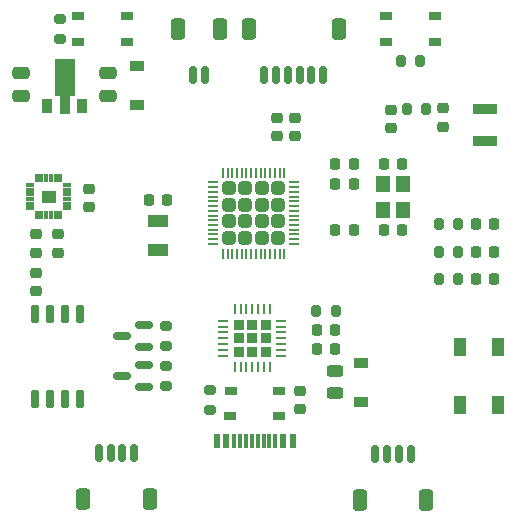
<source format=gbr>
%TF.GenerationSoftware,KiCad,Pcbnew,(6.0.0)*%
%TF.CreationDate,2022-11-20T17:05:32+07:00*%
%TF.ProjectId,ESP32-S3-MINI,45535033-322d-4533-932d-4d494e492e6b,rev?*%
%TF.SameCoordinates,Original*%
%TF.FileFunction,Paste,Top*%
%TF.FilePolarity,Positive*%
%FSLAX46Y46*%
G04 Gerber Fmt 4.6, Leading zero omitted, Abs format (unit mm)*
G04 Created by KiCad (PCBNEW (6.0.0)) date 2022-11-20 17:05:32*
%MOMM*%
%LPD*%
G01*
G04 APERTURE LIST*
G04 Aperture macros list*
%AMRoundRect*
0 Rectangle with rounded corners*
0 $1 Rounding radius*
0 $2 $3 $4 $5 $6 $7 $8 $9 X,Y pos of 4 corners*
0 Add a 4 corners polygon primitive as box body*
4,1,4,$2,$3,$4,$5,$6,$7,$8,$9,$2,$3,0*
0 Add four circle primitives for the rounded corners*
1,1,$1+$1,$2,$3*
1,1,$1+$1,$4,$5*
1,1,$1+$1,$6,$7*
1,1,$1+$1,$8,$9*
0 Add four rect primitives between the rounded corners*
20,1,$1+$1,$2,$3,$4,$5,0*
20,1,$1+$1,$4,$5,$6,$7,0*
20,1,$1+$1,$6,$7,$8,$9,0*
20,1,$1+$1,$8,$9,$2,$3,0*%
%AMFreePoly0*
4,1,9,3.862500,-0.866500,0.737500,-0.866500,0.737500,-0.450000,-0.737500,-0.450000,-0.737500,0.450000,0.737500,0.450000,0.737500,0.866500,3.862500,0.866500,3.862500,-0.866500,3.862500,-0.866500,$1*%
G04 Aperture macros list end*
%ADD10C,0.010000*%
%ADD11RoundRect,0.250000X-0.475000X0.250000X-0.475000X-0.250000X0.475000X-0.250000X0.475000X0.250000X0*%
%ADD12RoundRect,0.225000X-0.250000X0.225000X-0.250000X-0.225000X0.250000X-0.225000X0.250000X0.225000X0*%
%ADD13RoundRect,0.218750X0.218750X0.256250X-0.218750X0.256250X-0.218750X-0.256250X0.218750X-0.256250X0*%
%ADD14RoundRect,0.200000X0.200000X0.275000X-0.200000X0.275000X-0.200000X-0.275000X0.200000X-0.275000X0*%
%ADD15RoundRect,0.006600X-0.313400X-0.103400X0.313400X-0.103400X0.313400X0.103400X-0.313400X0.103400X0*%
%ADD16RoundRect,0.017600X-0.092400X-0.302400X0.092400X-0.302400X0.092400X0.302400X-0.092400X0.302400X0*%
%ADD17RoundRect,0.225000X-0.225000X-0.250000X0.225000X-0.250000X0.225000X0.250000X-0.225000X0.250000X0*%
%ADD18R,1.000000X1.500000*%
%ADD19RoundRect,0.150000X0.587500X0.150000X-0.587500X0.150000X-0.587500X-0.150000X0.587500X-0.150000X0*%
%ADD20RoundRect,0.150000X-0.150000X-0.600000X0.150000X-0.600000X0.150000X0.600000X-0.150000X0.600000X0*%
%ADD21RoundRect,0.250000X-0.350000X-0.650000X0.350000X-0.650000X0.350000X0.650000X-0.350000X0.650000X0*%
%ADD22RoundRect,0.150000X0.150000X0.600000X-0.150000X0.600000X-0.150000X-0.600000X0.150000X-0.600000X0*%
%ADD23RoundRect,0.250000X0.350000X0.650000X-0.350000X0.650000X-0.350000X-0.650000X0.350000X-0.650000X0*%
%ADD24RoundRect,0.200000X0.275000X-0.200000X0.275000X0.200000X-0.275000X0.200000X-0.275000X-0.200000X0*%
%ADD25R,0.900000X1.300000*%
%ADD26FreePoly0,90.000000*%
%ADD27RoundRect,0.225000X0.225000X0.250000X-0.225000X0.250000X-0.225000X-0.250000X0.225000X-0.250000X0*%
%ADD28RoundRect,0.200000X-0.275000X0.200000X-0.275000X-0.200000X0.275000X-0.200000X0.275000X0.200000X0*%
%ADD29R,1.050000X0.650000*%
%ADD30RoundRect,0.225000X0.250000X-0.225000X0.250000X0.225000X-0.250000X0.225000X-0.250000X-0.225000X0*%
%ADD31RoundRect,0.225000X0.225000X-0.225000X0.225000X0.225000X-0.225000X0.225000X-0.225000X-0.225000X0*%
%ADD32RoundRect,0.062500X0.062500X-0.337500X0.062500X0.337500X-0.062500X0.337500X-0.062500X-0.337500X0*%
%ADD33RoundRect,0.062500X0.337500X-0.062500X0.337500X0.062500X-0.337500X0.062500X-0.337500X-0.062500X0*%
%ADD34R,1.200000X1.400000*%
%ADD35RoundRect,0.150000X0.150000X-0.650000X0.150000X0.650000X-0.150000X0.650000X-0.150000X-0.650000X0*%
%ADD36RoundRect,0.200000X-0.200000X-0.275000X0.200000X-0.275000X0.200000X0.275000X-0.200000X0.275000X0*%
%ADD37R,1.200000X0.900000*%
%ADD38RoundRect,0.250000X0.475000X-0.250000X0.475000X0.250000X-0.475000X0.250000X-0.475000X-0.250000X0*%
%ADD39R,0.600000X1.160000*%
%ADD40R,0.300000X1.160000*%
%ADD41RoundRect,0.243750X0.456250X-0.243750X0.456250X0.243750X-0.456250X0.243750X-0.456250X-0.243750X0*%
%ADD42R,1.800000X1.000000*%
%ADD43R,2.000000X0.925000*%
%ADD44RoundRect,0.250000X-0.315000X0.315000X-0.315000X-0.315000X0.315000X-0.315000X0.315000X0.315000X0*%
%ADD45RoundRect,0.050000X-0.050000X0.387500X-0.050000X-0.387500X0.050000X-0.387500X0.050000X0.387500X0*%
%ADD46RoundRect,0.050000X-0.387500X0.050000X-0.387500X-0.050000X0.387500X-0.050000X0.387500X0.050000X0*%
G04 APERTURE END LIST*
D10*
%TO.C,U6*%
X102007413Y-122713009D02*
X103082587Y-122713009D01*
X103082587Y-122713009D02*
X103082587Y-123686991D01*
X103082587Y-123686991D02*
X102007413Y-123686991D01*
X102007413Y-123686991D02*
X102007413Y-122713009D01*
G36*
X103082587Y-123686991D02*
G01*
X102007413Y-123686991D01*
X102007413Y-122713009D01*
X103082587Y-122713009D01*
X103082587Y-123686991D01*
G37*
X103082587Y-123686991D02*
X102007413Y-123686991D01*
X102007413Y-122713009D01*
X103082587Y-122713009D01*
X103082587Y-123686991D01*
%TD*%
D11*
%TO.C,C16*%
X100200000Y-112750000D03*
X100200000Y-114650000D03*
%TD*%
D12*
%TO.C,C10*%
X135900000Y-115725000D03*
X135900000Y-117275000D03*
%TD*%
D13*
%TO.C,D2*%
X140300000Y-130200000D03*
X138725000Y-130200000D03*
%TD*%
D14*
%TO.C,R6*%
X126850000Y-132900000D03*
X125200000Y-132900000D03*
%TD*%
D15*
%TO.C,U6*%
X101000000Y-122200000D03*
X101000000Y-122600000D03*
X101000000Y-123000000D03*
X101000000Y-123400000D03*
X101000000Y-123800000D03*
X101000000Y-124200000D03*
D16*
X101545000Y-124745000D03*
X101945000Y-124745000D03*
X102345000Y-124745000D03*
X102745000Y-124745000D03*
X103145000Y-124745000D03*
X103545000Y-124745000D03*
D15*
X104090000Y-124200000D03*
X104090000Y-123800000D03*
X104090000Y-123400000D03*
X104090000Y-123000000D03*
X104090000Y-122600000D03*
X104090000Y-122200000D03*
D16*
X103545000Y-121655000D03*
X103145000Y-121655000D03*
X102745000Y-121655000D03*
X102345000Y-121655000D03*
X101945000Y-121655000D03*
X101545000Y-121655000D03*
%TD*%
D17*
%TO.C,C6*%
X111025000Y-123500000D03*
X112575000Y-123500000D03*
%TD*%
D18*
%TO.C,D4*%
X137400000Y-140850000D03*
X140600000Y-140850000D03*
X140600000Y-135950000D03*
X137400000Y-135950000D03*
%TD*%
D19*
%TO.C,Q2*%
X110637500Y-139350000D03*
X110637500Y-137450000D03*
X108762500Y-138400000D03*
%TD*%
D12*
%TO.C,C14*%
X123800000Y-139625000D03*
X123800000Y-141175000D03*
%TD*%
D14*
%TO.C,R7*%
X137225000Y-127900000D03*
X135575000Y-127900000D03*
%TD*%
D20*
%TO.C,J5*%
X106800000Y-144875000D03*
X107800000Y-144875000D03*
X108800000Y-144875000D03*
X109800000Y-144875000D03*
D21*
X105500000Y-148775000D03*
X111100000Y-148775000D03*
%TD*%
D22*
%TO.C,J2*%
X125800000Y-112870000D03*
X124800000Y-112870000D03*
X123800000Y-112870000D03*
X122800000Y-112870000D03*
X121800000Y-112870000D03*
X120800000Y-112870000D03*
D23*
X119500000Y-108970000D03*
X127100000Y-108970000D03*
%TD*%
D24*
%TO.C,R4*%
X112500000Y-139225000D03*
X112500000Y-137575000D03*
%TD*%
D19*
%TO.C,Q1*%
X110637500Y-135950000D03*
X110637500Y-134050000D03*
X108762500Y-135000000D03*
%TD*%
D25*
%TO.C,U5*%
X102400000Y-115550000D03*
D26*
X103900000Y-115462500D03*
D25*
X105400000Y-115550000D03*
%TD*%
D27*
%TO.C,C5*%
X128375000Y-126000000D03*
X126825000Y-126000000D03*
%TD*%
D28*
%TO.C,R5*%
X112500000Y-134175000D03*
X112500000Y-135825000D03*
%TD*%
D27*
%TO.C,C12*%
X126800000Y-136100000D03*
X125250000Y-136100000D03*
%TD*%
D22*
%TO.C,J4*%
X115800000Y-112870000D03*
X114800000Y-112870000D03*
D23*
X113500000Y-108970000D03*
X117100000Y-108970000D03*
%TD*%
D12*
%TO.C,C11*%
X131500000Y-115825000D03*
X131500000Y-117375000D03*
%TD*%
D17*
%TO.C,C7*%
X130925000Y-120400000D03*
X132475000Y-120400000D03*
%TD*%
D29*
%TO.C,SW1*%
X135275000Y-107925000D03*
X131125000Y-107925000D03*
X135250000Y-110075000D03*
X131125000Y-110075000D03*
%TD*%
D30*
%TO.C,C18*%
X103345000Y-127950000D03*
X103345000Y-126400000D03*
%TD*%
D31*
%TO.C,U4*%
X119800000Y-134080000D03*
X120920000Y-135200000D03*
X119800000Y-136320000D03*
X118680000Y-135200000D03*
X118680000Y-136320000D03*
X120920000Y-134080000D03*
X118680000Y-134080000D03*
X120920000Y-136320000D03*
X119800000Y-135200000D03*
D32*
X118300000Y-137650000D03*
X118800000Y-137650000D03*
X119300000Y-137650000D03*
X119800000Y-137650000D03*
X120300000Y-137650000D03*
X120800000Y-137650000D03*
X121300000Y-137650000D03*
D33*
X122250000Y-136700000D03*
X122250000Y-136200000D03*
X122250000Y-135700000D03*
X122250000Y-135200000D03*
X122250000Y-134700000D03*
X122250000Y-134200000D03*
X122250000Y-133700000D03*
D32*
X121300000Y-132750000D03*
X120800000Y-132750000D03*
X120300000Y-132750000D03*
X119800000Y-132750000D03*
X119300000Y-132750000D03*
X118800000Y-132750000D03*
X118300000Y-132750000D03*
D33*
X117350000Y-133700000D03*
X117350000Y-134200000D03*
X117350000Y-134700000D03*
X117350000Y-135200000D03*
X117350000Y-135700000D03*
X117350000Y-136200000D03*
X117350000Y-136700000D03*
%TD*%
D34*
%TO.C,Y2*%
X130850000Y-122100000D03*
X130850000Y-124300000D03*
X132550000Y-124300000D03*
X132550000Y-122100000D03*
%TD*%
D35*
%TO.C,U2*%
X101395000Y-140300000D03*
X102665000Y-140300000D03*
X103935000Y-140300000D03*
X105205000Y-140300000D03*
X105205000Y-133100000D03*
X103935000Y-133100000D03*
X102665000Y-133100000D03*
X101395000Y-133100000D03*
%TD*%
D20*
%TO.C,J3*%
X130200000Y-144975000D03*
X131200000Y-144975000D03*
X132200000Y-144975000D03*
X133200000Y-144975000D03*
D21*
X134500000Y-148875000D03*
X128900000Y-148875000D03*
%TD*%
D36*
%TO.C,R2*%
X132375000Y-111700000D03*
X134025000Y-111700000D03*
%TD*%
D12*
%TO.C,C3*%
X121900000Y-116525000D03*
X121900000Y-118075000D03*
%TD*%
D13*
%TO.C,D6*%
X140287500Y-125500000D03*
X138712500Y-125500000D03*
%TD*%
D14*
%TO.C,R1*%
X134525000Y-115800000D03*
X132875000Y-115800000D03*
%TD*%
D37*
%TO.C,D5*%
X110000000Y-115450000D03*
X110000000Y-112150000D03*
%TD*%
D17*
%TO.C,C13*%
X125250000Y-134500000D03*
X126800000Y-134500000D03*
%TD*%
D12*
%TO.C,C19*%
X105945000Y-122525000D03*
X105945000Y-124075000D03*
%TD*%
%TO.C,C4*%
X123400000Y-116525000D03*
X123400000Y-118075000D03*
%TD*%
D24*
%TO.C,R3*%
X103500000Y-109825000D03*
X103500000Y-108175000D03*
%TD*%
D27*
%TO.C,C1*%
X128375000Y-122100000D03*
X126825000Y-122100000D03*
%TD*%
%TO.C,C8*%
X132475000Y-126000000D03*
X130925000Y-126000000D03*
%TD*%
D37*
%TO.C,D3*%
X129000000Y-140550000D03*
X129000000Y-137250000D03*
%TD*%
D12*
%TO.C,C9*%
X101445000Y-129625000D03*
X101445000Y-131175000D03*
%TD*%
D29*
%TO.C,SW2*%
X105025000Y-107925000D03*
X109175000Y-107925000D03*
X105025000Y-110075000D03*
X109150000Y-110075000D03*
%TD*%
D38*
%TO.C,C15*%
X107600000Y-114650000D03*
X107600000Y-112750000D03*
%TD*%
D27*
%TO.C,C2*%
X128375000Y-120400000D03*
X126825000Y-120400000D03*
%TD*%
D13*
%TO.C,D1*%
X140287500Y-127900000D03*
X138712500Y-127900000D03*
%TD*%
D30*
%TO.C,C17*%
X101445000Y-127950000D03*
X101445000Y-126400000D03*
%TD*%
D14*
%TO.C,R10*%
X137225000Y-125500000D03*
X135575000Y-125500000D03*
%TD*%
D39*
%TO.C,J1*%
X116800000Y-143890000D03*
X117600000Y-143890000D03*
D40*
X118750000Y-143890000D03*
X119750000Y-143890000D03*
X120250000Y-143890000D03*
X121250000Y-143890000D03*
D39*
X122400000Y-143890000D03*
X123200000Y-143890000D03*
X123200000Y-143890000D03*
X122400000Y-143890000D03*
D40*
X121750000Y-143890000D03*
X120750000Y-143890000D03*
X119250000Y-143890000D03*
X118250000Y-143890000D03*
D39*
X117600000Y-143890000D03*
X116800000Y-143890000D03*
%TD*%
D41*
%TO.C,F1*%
X126800000Y-139837500D03*
X126800000Y-137962500D03*
%TD*%
D14*
%TO.C,R8*%
X137225000Y-130200000D03*
X135575000Y-130200000D03*
%TD*%
D29*
%TO.C,SW3*%
X122075000Y-141775000D03*
X117925000Y-141775000D03*
X117950000Y-139625000D03*
X122075000Y-139625000D03*
%TD*%
D24*
%TO.C,R9*%
X116200000Y-141225000D03*
X116200000Y-139575000D03*
%TD*%
D42*
%TO.C,Y1*%
X111800000Y-127750000D03*
X111800000Y-125250000D03*
%TD*%
D43*
%TO.C,U3*%
X139500000Y-115750000D03*
X139500000Y-118450000D03*
%TD*%
D44*
%TO.C,U1*%
X122000000Y-125300000D03*
X119200000Y-126700000D03*
X117800000Y-126700000D03*
X122000000Y-123900000D03*
X120600000Y-126700000D03*
X117800000Y-125300000D03*
X120600000Y-125300000D03*
X117800000Y-123900000D03*
X117800000Y-122500000D03*
X122000000Y-126700000D03*
X120600000Y-123900000D03*
X119200000Y-125300000D03*
X119200000Y-123900000D03*
X119200000Y-122500000D03*
X122000000Y-122500000D03*
X120600000Y-122500000D03*
D45*
X122500000Y-121162500D03*
X122100000Y-121162500D03*
X121700000Y-121162500D03*
X121300000Y-121162500D03*
X120900000Y-121162500D03*
X120500000Y-121162500D03*
X120100000Y-121162500D03*
X119700000Y-121162500D03*
X119300000Y-121162500D03*
X118900000Y-121162500D03*
X118500000Y-121162500D03*
X118100000Y-121162500D03*
X117700000Y-121162500D03*
X117300000Y-121162500D03*
D46*
X116462500Y-122000000D03*
X116462500Y-122400000D03*
X116462500Y-122800000D03*
X116462500Y-123200000D03*
X116462500Y-123600000D03*
X116462500Y-124000000D03*
X116462500Y-124400000D03*
X116462500Y-124800000D03*
X116462500Y-125200000D03*
X116462500Y-125600000D03*
X116462500Y-126000000D03*
X116462500Y-126400000D03*
X116462500Y-126800000D03*
X116462500Y-127200000D03*
D45*
X117300000Y-128037500D03*
X117700000Y-128037500D03*
X118100000Y-128037500D03*
X118500000Y-128037500D03*
X118900000Y-128037500D03*
X119300000Y-128037500D03*
X119700000Y-128037500D03*
X120100000Y-128037500D03*
X120500000Y-128037500D03*
X120900000Y-128037500D03*
X121300000Y-128037500D03*
X121700000Y-128037500D03*
X122100000Y-128037500D03*
X122500000Y-128037500D03*
D46*
X123337500Y-127200000D03*
X123337500Y-126800000D03*
X123337500Y-126400000D03*
X123337500Y-126000000D03*
X123337500Y-125600000D03*
X123337500Y-125200000D03*
X123337500Y-124800000D03*
X123337500Y-124400000D03*
X123337500Y-124000000D03*
X123337500Y-123600000D03*
X123337500Y-123200000D03*
X123337500Y-122800000D03*
X123337500Y-122400000D03*
X123337500Y-122000000D03*
%TD*%
M02*

</source>
